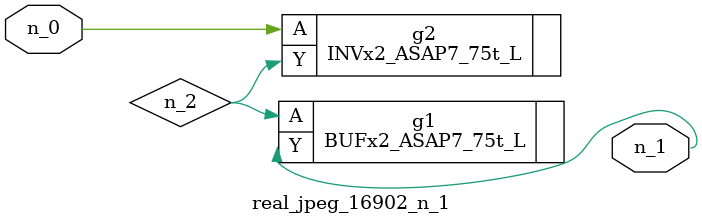
<source format=v>
module real_jpeg_16902_n_1 (n_0, n_1);

input n_0;

output n_1;

wire n_2;

INVx2_ASAP7_75t_L g2 ( 
.A(n_0),
.Y(n_2)
);

BUFx2_ASAP7_75t_L g1 ( 
.A(n_2),
.Y(n_1)
);


endmodule
</source>
